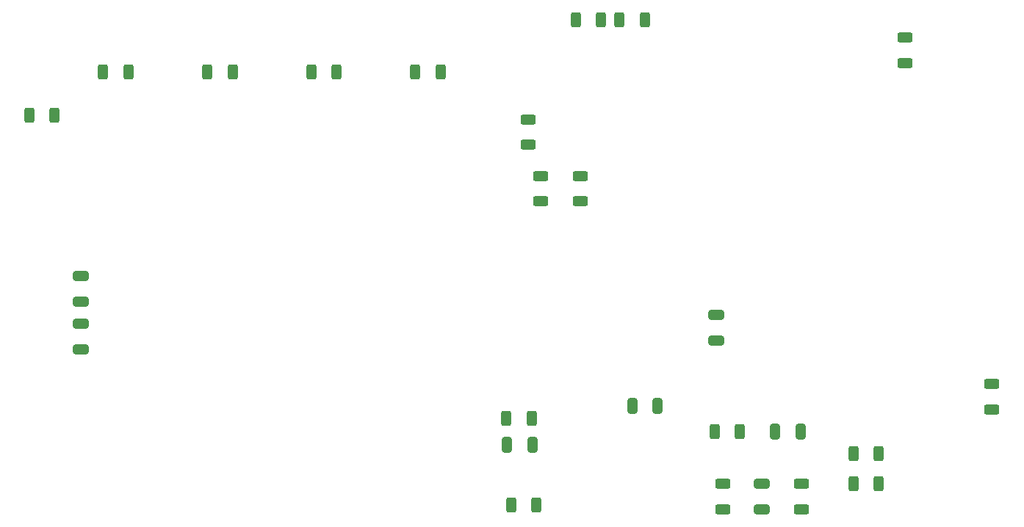
<source format=gbr>
%TF.GenerationSoftware,KiCad,Pcbnew,7.0.7*%
%TF.CreationDate,2023-11-30T13:52:08+01:00*%
%TF.ProjectId,CC_Load,43435f4c-6f61-4642-9e6b-696361645f70,rev?*%
%TF.SameCoordinates,Original*%
%TF.FileFunction,Paste,Top*%
%TF.FilePolarity,Positive*%
%FSLAX46Y46*%
G04 Gerber Fmt 4.6, Leading zero omitted, Abs format (unit mm)*
G04 Created by KiCad (PCBNEW 7.0.7) date 2023-11-30 13:52:08*
%MOMM*%
%LPD*%
G01*
G04 APERTURE LIST*
G04 Aperture macros list*
%AMRoundRect*
0 Rectangle with rounded corners*
0 $1 Rounding radius*
0 $2 $3 $4 $5 $6 $7 $8 $9 X,Y pos of 4 corners*
0 Add a 4 corners polygon primitive as box body*
4,1,4,$2,$3,$4,$5,$6,$7,$8,$9,$2,$3,0*
0 Add four circle primitives for the rounded corners*
1,1,$1+$1,$2,$3*
1,1,$1+$1,$4,$5*
1,1,$1+$1,$6,$7*
1,1,$1+$1,$8,$9*
0 Add four rect primitives between the rounded corners*
20,1,$1+$1,$2,$3,$4,$5,0*
20,1,$1+$1,$4,$5,$6,$7,0*
20,1,$1+$1,$6,$7,$8,$9,0*
20,1,$1+$1,$8,$9,$2,$3,0*%
G04 Aperture macros list end*
%ADD10RoundRect,0.250000X0.325000X0.650000X-0.325000X0.650000X-0.325000X-0.650000X0.325000X-0.650000X0*%
%ADD11RoundRect,0.250000X-0.312500X-0.625000X0.312500X-0.625000X0.312500X0.625000X-0.312500X0.625000X0*%
%ADD12RoundRect,0.250000X0.625000X-0.312500X0.625000X0.312500X-0.625000X0.312500X-0.625000X-0.312500X0*%
%ADD13RoundRect,0.250000X0.312500X0.625000X-0.312500X0.625000X-0.312500X-0.625000X0.312500X-0.625000X0*%
%ADD14RoundRect,0.250000X-0.625000X0.312500X-0.625000X-0.312500X0.625000X-0.312500X0.625000X0.312500X0*%
%ADD15RoundRect,0.250000X-0.325000X-0.650000X0.325000X-0.650000X0.325000X0.650000X-0.325000X0.650000X0*%
%ADD16RoundRect,0.250000X-0.650000X0.325000X-0.650000X-0.325000X0.650000X-0.325000X0.650000X0.325000X0*%
%ADD17RoundRect,0.250000X0.650000X-0.325000X0.650000X0.325000X-0.650000X0.325000X-0.650000X-0.325000X0*%
G04 APERTURE END LIST*
D10*
%TO.C,C9*%
X125475000Y-77500000D03*
X122525000Y-77500000D03*
%TD*%
D11*
%TO.C,R24*%
X116037500Y-33000000D03*
X118962500Y-33000000D03*
%TD*%
D12*
%TO.C,R23*%
X154000000Y-35037500D03*
X154000000Y-37962500D03*
%TD*%
D13*
%TO.C,R22*%
X123962500Y-33000000D03*
X121037500Y-33000000D03*
%TD*%
D11*
%TO.C,R20*%
X108037500Y-79000000D03*
X110962500Y-79000000D03*
%TD*%
D13*
%TO.C,R19*%
X108575000Y-89000000D03*
X111500000Y-89000000D03*
%TD*%
%TO.C,R18*%
X150962500Y-86500000D03*
X148037500Y-86500000D03*
%TD*%
D11*
%TO.C,R17*%
X150962500Y-83000000D03*
X148037500Y-83000000D03*
%TD*%
D12*
%TO.C,R16*%
X133000000Y-86537500D03*
X133000000Y-89462500D03*
%TD*%
D13*
%TO.C,R11*%
X100462500Y-39000000D03*
X97537500Y-39000000D03*
%TD*%
%TO.C,R10*%
X88462500Y-39000000D03*
X85537500Y-39000000D03*
%TD*%
%TO.C,R9*%
X76462500Y-39000000D03*
X73537500Y-39000000D03*
%TD*%
%TO.C,R8*%
X61537500Y-39000000D03*
X64462500Y-39000000D03*
%TD*%
%TO.C,R7*%
X132037500Y-80500000D03*
X134962500Y-80500000D03*
%TD*%
D14*
%TO.C,R6*%
X164000000Y-75000000D03*
X164000000Y-77925000D03*
%TD*%
D12*
%TO.C,R5*%
X142000000Y-86537500D03*
X142000000Y-89462500D03*
%TD*%
%TO.C,R4*%
X110500000Y-47425000D03*
X110500000Y-44500000D03*
%TD*%
D11*
%TO.C,R3*%
X55962500Y-44000000D03*
X53037500Y-44000000D03*
%TD*%
D14*
%TO.C,R2*%
X116540000Y-51000000D03*
X116540000Y-53925000D03*
%TD*%
D12*
%TO.C,R1*%
X112000000Y-53925000D03*
X112000000Y-51000000D03*
%TD*%
D15*
%TO.C,C8*%
X108062500Y-82000000D03*
X111012500Y-82000000D03*
%TD*%
D16*
%TO.C,C7*%
X137500000Y-86525000D03*
X137500000Y-89475000D03*
%TD*%
D15*
%TO.C,C6*%
X139025000Y-80500000D03*
X141975000Y-80500000D03*
%TD*%
D16*
%TO.C,C5*%
X132250000Y-69975000D03*
X132250000Y-67025000D03*
%TD*%
%TO.C,C4*%
X59000000Y-62550000D03*
X59000000Y-65500000D03*
%TD*%
D17*
%TO.C,C3*%
X59000000Y-71000000D03*
X59000000Y-68050000D03*
%TD*%
M02*

</source>
